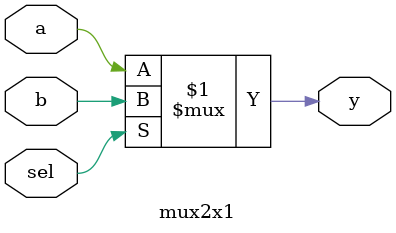
<source format=v>
module mux2x1 (
    input a,
    input b,
    input sel,
    output y
);

assign y = sel ? b : a;

endmodule
</source>
